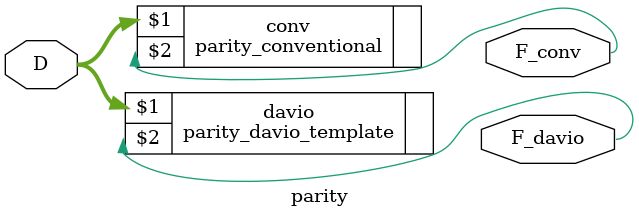
<source format=v>
module parity(D,F_conv, F_davio);

input[6:0] D;
output F_conv, F_davio;

parity_conventional conv(D,F_conv);
parity_davio_template davio(D, F_davio);

endmodule 
</source>
